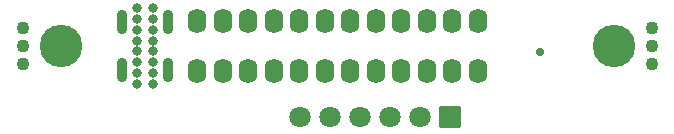
<source format=gts>
G04*
G04 #@! TF.GenerationSoftware,Altium Limited,Altium Designer,25.5.2 (35)*
G04*
G04 Layer_Color=8388736*
%FSLAX44Y44*%
%MOMM*%
G71*
G04*
G04 #@! TF.SameCoordinates,128D8583-6615-4204-B1AC-86CD56F38C64*
G04*
G04*
G04 #@! TF.FilePolarity,Negative*
G04*
G01*
G75*
%ADD12C,3.6000*%
%ADD13O,1.6000X2.1000*%
%ADD14C,1.1000*%
%ADD15O,0.9000X2.1000*%
%ADD16C,0.8000*%
G04:AMPARAMS|DCode=17|XSize=1.8mm|YSize=1.8mm|CornerRadius=0.1mm|HoleSize=0mm|Usage=FLASHONLY|Rotation=180.000|XOffset=0mm|YOffset=0mm|HoleType=Round|Shape=RoundedRectangle|*
%AMROUNDEDRECTD17*
21,1,1.8000,1.6000,0,0,180.0*
21,1,1.6000,1.8000,0,0,180.0*
1,1,0.2000,-0.8000,0.8000*
1,1,0.2000,0.8000,0.8000*
1,1,0.2000,0.8000,-0.8000*
1,1,0.2000,-0.8000,-0.8000*
%
%ADD17ROUNDEDRECTD17*%
%ADD18C,1.8000*%
%ADD19C,0.7032*%
D12*
X-234000Y-0D02*
D03*
X234122D02*
D03*
D13*
X-118684Y21463D02*
D03*
X-97094D02*
D03*
X-75504D02*
D03*
X-53914D02*
D03*
X-32324D02*
D03*
X-10734D02*
D03*
X10856D02*
D03*
X32446D02*
D03*
X54036D02*
D03*
X75626D02*
D03*
X97216D02*
D03*
X118806D02*
D03*
X-118684Y-21463D02*
D03*
X-97094D02*
D03*
X-75504D02*
D03*
X-53914D02*
D03*
X-32324D02*
D03*
X-10734D02*
D03*
X10856D02*
D03*
X32446D02*
D03*
X54036D02*
D03*
X75626D02*
D03*
X97216D02*
D03*
X118806D02*
D03*
D14*
X-266000Y15000D02*
D03*
Y-15000D02*
D03*
X266250Y-15000D02*
D03*
Y15000D02*
D03*
X266500Y-0D02*
D03*
X-266500Y0D02*
D03*
D15*
X-182300Y-20000D02*
D03*
Y20000D02*
D03*
X-143700D02*
D03*
Y-20000D02*
D03*
D16*
X-156000Y-32500D02*
D03*
Y-23000D02*
D03*
Y-13500D02*
D03*
Y-4500D02*
D03*
Y4500D02*
D03*
Y13500D02*
D03*
Y23000D02*
D03*
Y32500D02*
D03*
X-170000D02*
D03*
Y23000D02*
D03*
Y13500D02*
D03*
Y4500D02*
D03*
Y-4500D02*
D03*
Y-13500D02*
D03*
Y-23000D02*
D03*
Y-32500D02*
D03*
D17*
X95000Y-59750D02*
D03*
D18*
X-32000D02*
D03*
X69600Y-59750D02*
D03*
X44200Y-59750D02*
D03*
X18800Y-59750D02*
D03*
X-6600Y-59750D02*
D03*
D19*
X171250Y-5000D02*
D03*
M02*

</source>
